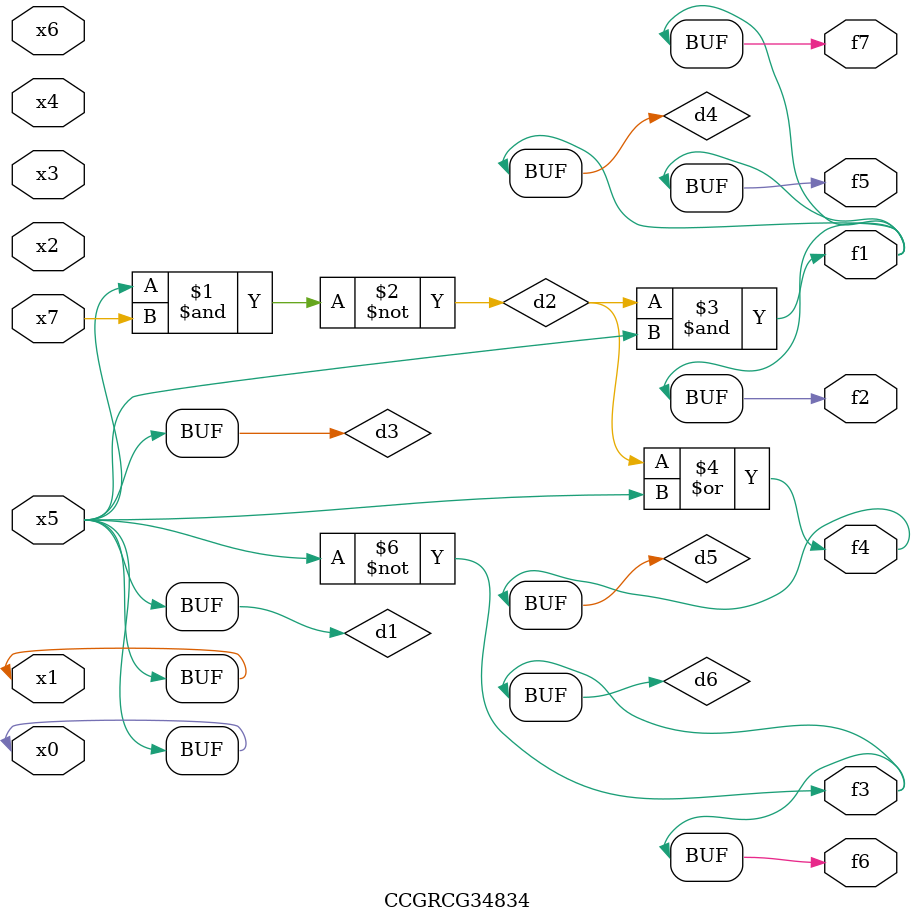
<source format=v>
module CCGRCG34834(
	input x0, x1, x2, x3, x4, x5, x6, x7,
	output f1, f2, f3, f4, f5, f6, f7
);

	wire d1, d2, d3, d4, d5, d6;

	buf (d1, x0, x5);
	nand (d2, x5, x7);
	buf (d3, x0, x1);
	and (d4, d2, d3);
	or (d5, d2, d3);
	nor (d6, d1, d3);
	assign f1 = d4;
	assign f2 = d4;
	assign f3 = d6;
	assign f4 = d5;
	assign f5 = d4;
	assign f6 = d6;
	assign f7 = d4;
endmodule

</source>
